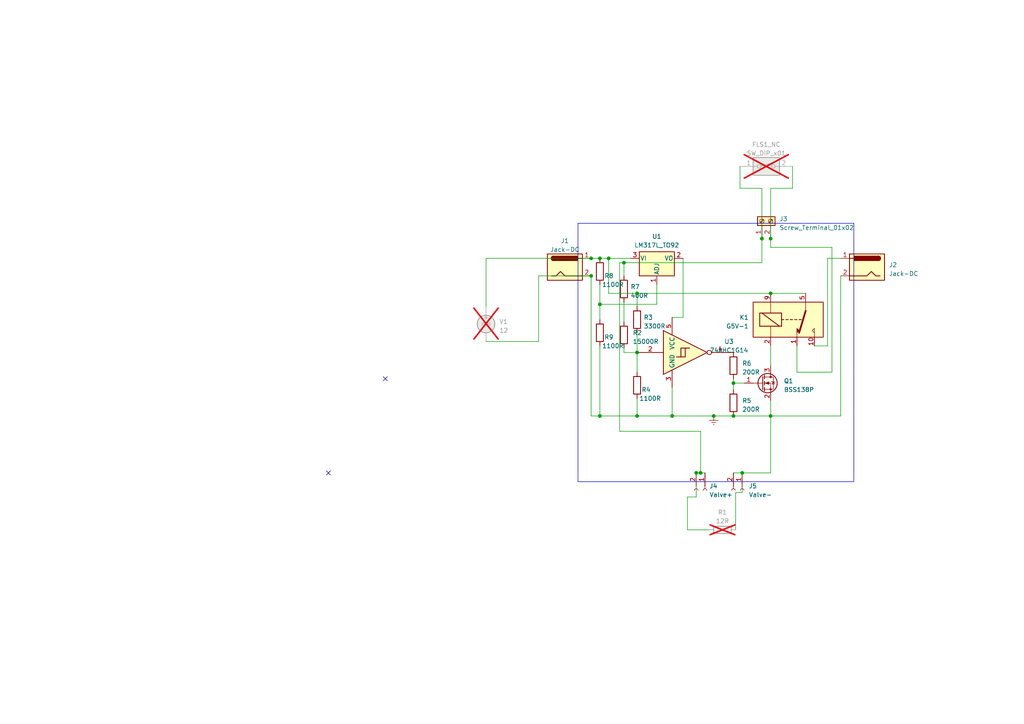
<source format=kicad_sch>
(kicad_sch (version 20230121) (generator eeschema)
  (paper "A4")
  (lib_symbols
    (symbol "74xGxx:74AHC1G14"
      (property "Reference" "U" (at -2.54 3.81 0))
      (property "Value" "74AHC1G14" (at 0 -3.81 0))
      (symbol "74AHC1G14_0_1"
        (polyline (pts (xy -2.54 -1.27) (xy -1.27 -1.27) (xy -1.27 1.27)) (stroke (width 0.254)) (fill (type background)))
        (polyline (pts (xy -7.62 6.35) (xy -7.62 -6.35) (xy 5.08 0) (xy -7.62 6.35)) (stroke (width 0.254)) (fill (type background)))
        (polyline (pts (xy -3.81 -1.27) (xy -2.54 -1.27) (xy -2.54 1.27) (xy 0 1.27)) (stroke (width 0.254)) (fill (type background)))
      )
      (symbol "74AHC1G14_1_1"
        (pin input line (at -15.24 0 0) (length 7.62) (name "~") (number "2"))
        (pin power_in line (at -5.08 -10.16 90) (length 5.08) (name "GND") (number "3"))
        (pin output inverted (at 12.7 0 180) (length 7.62) (name "~") (number "4"))
        (pin power_in line (at -5.08 10.16 270) (length 5.08) (name "VCC") (number "5"))
      )
    )
    (symbol "Connector:Conn_01x02_Socket" (pin_names (offset 1.016) hide)
      (property "Reference" "J" (at 0 2.54 0))
      (property "Value" "Conn_01x02_Socket" (at 0 -5.08 0))
      (symbol "Conn_01x02_Socket_1_1"
        (arc (start 0 -2.032) (mid -0.5058 -2.54) (end 0 -3.048) (stroke (width 0.1524)))
        (polyline (pts (xy -1.27 -2.54) (xy -0.508 -2.54)) (stroke (width 0.1524)))
        (polyline (pts (xy -1.27 0) (xy -0.508 0)) (stroke (width 0.1524)))
        (arc (start 0 0.508) (mid -0.5058 0) (end 0 -0.508) (stroke (width 0.1524)))
        (pin passive line (at -5.08 0 0) (length 3.81) (name "Pin_1") (number "1"))
        (pin passive line (at -5.08 -2.54 0) (length 3.81) (name "Pin_2") (number "2"))
      )
    )
    (symbol "Connector:Jack-DC" (pin_names (offset 1.016))
      (property "Reference" "J" (at 0 5.334 0))
      (property "Value" "Jack-DC" (at 0 -5.08 0))
      (symbol "Jack-DC_0_1"
        (rectangle (start -5.08 3.81) (end 5.08 -3.81) (stroke (width 0.254)) (fill (type background)))
        (arc (start -3.302 3.175) (mid -3.9343 2.54) (end -3.302 1.905) (stroke (width 0.254)))
        (arc (start -3.302 3.175) (mid -3.9343 2.54) (end -3.302 1.905) (stroke (width 0.254)) (fill (type outline)))
        (polyline (pts (xy 5.08 2.54) (xy 3.81 2.54)) (stroke (width 0.254)))
        (polyline (pts (xy -3.81 -2.54) (xy -2.54 -2.54) (xy -1.27 -1.27) (xy 0 -2.54) (xy 2.54 -2.54) (xy 5.08 -2.54)) (stroke (width 0.254)))
        (rectangle (start 3.683 3.175) (end -3.302 1.905) (stroke (width 0.254)) (fill (type outline)))
      )
      (symbol "Jack-DC_1_1"
        (pin passive line (at 7.62 2.54 180) (length 2.54) (name "~") (number "1"))
        (pin passive line (at 7.62 -2.54 180) (length 2.54) (name "~") (number "2"))
      )
    )
    (symbol "Connector:Screw_Terminal_01x02" (pin_names (offset 1.016) hide)
      (property "Reference" "J" (at 0 2.54 0))
      (property "Value" "Screw_Terminal_01x02" (at 0 -5.08 0))
      (symbol "Screw_Terminal_01x02_1_1"
        (rectangle (start -1.27 1.27) (end 1.27 -3.81) (stroke (width 0.254)) (fill (type background)))
        (circle (center 0 -2.54) (radius 0.635) (stroke (width 0.1524)))
        (polyline (pts (xy -0.5334 -2.2098) (xy 0.3302 -3.048)) (stroke (width 0.1524)))
        (polyline (pts (xy -0.5334 0.3302) (xy 0.3302 -0.508)) (stroke (width 0.1524)))
        (polyline (pts (xy -0.3556 -2.032) (xy 0.508 -2.8702)) (stroke (width 0.1524)))
        (polyline (pts (xy -0.3556 0.508) (xy 0.508 -0.3302)) (stroke (width 0.1524)))
        (circle (center 0 0) (radius 0.635) (stroke (width 0.1524)))
        (pin passive line (at -5.08 0 0) (length 3.81) (name "Pin_1") (number "1"))
        (pin passive line (at -5.08 -2.54 0) (length 3.81) (name "Pin_2") (number "2"))
      )
    )
    (symbol "Device:R" (pin_numbers hide) (pin_names (offset 0))
      (property "Reference" "R" (at 2.032 0 90))
      (property "Value" "R" (at 0 0 90))
      (symbol "R_0_1"
        (rectangle (start -1.016 -2.54) (end 1.016 2.54) (stroke (width 0.254)))
      )
      (symbol "R_1_1"
        (pin passive line (at 0 3.81 270) (length 1.27) (name "~") (number "1"))
        (pin passive line (at 0 -3.81 90) (length 1.27) (name "~") (number "2"))
      )
    )
    (symbol "Regulator_Linear:LM317L_TO92" (pin_names (offset 0.254))
      (property "Reference" "U" (at -3.81 3.175 0))
      (property "Value" "LM317L_TO92" (at 0 3.175 0))
      (symbol "LM317L_TO92_0_1"
        (rectangle (start -5.08 1.905) (end 5.08 -5.08) (stroke (width 0.254)) (fill (type background)))
      )
      (symbol "LM317L_TO92_1_1"
        (pin input line (at 0 -7.62 90) (length 2.54) (name "ADJ") (number "1"))
        (pin power_out line (at 7.62 0 180) (length 2.54) (name "VO") (number "2"))
        (pin power_in line (at -7.62 0 0) (length 2.54) (name "VI") (number "3"))
      )
    )
    (symbol "Relay:G5V-1"
      (property "Reference" "K" (at 11.43 3.81 0))
      (property "Value" "G5V-1" (at 11.43 1.27 0))
      (symbol "G5V-1_0_0"
        (polyline (pts (xy 7.62 5.08) (xy 7.62 2.54) (xy 6.985 3.175) (xy 7.62 3.81)))
      )
      (symbol "G5V-1_0_1"
        (rectangle (start -10.16 5.08) (end 10.16 -5.08) (stroke (width 0.254)) (fill (type background)))
        (rectangle (start -8.255 1.905) (end -1.905 -1.905) (stroke (width 0.254)))
        (polyline (pts (xy -7.62 -1.905) (xy -2.54 1.905)) (stroke (width 0.254)))
        (polyline (pts (xy -5.08 -5.08) (xy -5.08 -1.905)))
        (polyline (pts (xy -5.08 5.08) (xy -5.08 1.905)))
        (polyline (pts (xy -1.905 0) (xy -1.27 0)) (stroke (width 0.254)))
        (polyline (pts (xy -0.635 0) (xy 0 0)) (stroke (width 0.254)))
        (polyline (pts (xy 0.635 0) (xy 1.27 0)) (stroke (width 0.254)))
        (polyline (pts (xy 1.905 0) (xy 2.54 0)) (stroke (width 0.254)))
        (polyline (pts (xy 3.175 0) (xy 3.81 0)) (stroke (width 0.254)))
        (polyline (pts (xy 5.08 -2.54) (xy 3.175 3.81)) (stroke (width 0.508)))
        (polyline (pts (xy 5.08 -2.54) (xy 5.08 -5.08)))
        (polyline (pts (xy 2.54 5.08) (xy 2.54 2.54) (xy 3.175 3.175) (xy 2.54 3.81)) (fill (type outline)))
      )
      (symbol "G5V-1_1_1"
        (pin passive line (at 2.54 7.62 270) (length 2.54) (name "~") (number "1"))
        (pin passive line (at 7.62 7.62 270) (length 2.54) (name "~") (number "10"))
        (pin passive line (at -5.08 7.62 270) (length 2.54) (name "~") (number "2"))
        (pin passive line (at 5.08 -7.62 90) (length 2.54) (name "~") (number "5"))
        (pin passive line (at 5.08 -7.62 90) (length 2.54) hide (name "~") (number "6"))
        (pin passive line (at -5.08 -7.62 90) (length 2.54) (name "~") (number "9"))
      )
    )
    (symbol "Simulation_SPICE:VDC" (pin_numbers hide) (pin_names (offset 0.0254))
      (property "Reference" "V" (at 2.54 2.54 0))
      (property "Value" "1" (at 2.54 0 0))
      (symbol "VDC_0_0"
        (polyline (pts (xy -1.27 0.254) (xy 1.27 0.254)))
        (polyline (pts (xy -0.762 -0.254) (xy -1.27 -0.254)))
        (polyline (pts (xy 0.254 -0.254) (xy -0.254 -0.254)))
        (polyline (pts (xy 1.27 -0.254) (xy 0.762 -0.254)))
        (text "+" (at 0 1.905 0) (effects (font (size 1.27 1.27))))
      )
      (symbol "VDC_0_1"
        (circle (center 0 0) (radius 2.54) (stroke (width 0.254)) (fill (type background)))
      )
      (symbol "VDC_1_1"
        (pin passive line (at 0 5.08 270) (length 2.54) (name "~") (number "1"))
        (pin passive line (at 0 -5.08 90) (length 2.54) (name "~") (number "2"))
      )
    )
    (symbol "Switch:SW_DIP_x01" (pin_names (offset 0) hide)
      (property "Reference" "SW" (at 0 3.81 0))
      (property "Value" "SW_DIP_x01" (at 0 -3.81 0))
      (symbol "SW_DIP_x01_0_0"
        (circle (center -2.032 0) (radius 0.508))
        (polyline (pts (xy -1.524 0.127) (xy 2.3622 1.1684)))
        (circle (center 2.032 0) (radius 0.508))
      )
      (symbol "SW_DIP_x01_0_1"
        (rectangle (start -3.81 2.54) (end 3.81 -2.54) (stroke (width 0.254)) (fill (type background)))
      )
      (symbol "SW_DIP_x01_1_1"
        (pin passive line (at -7.62 0 0) (length 5.08) (name "~") (number "1"))
        (pin passive line (at 7.62 0 180) (length 5.08) (name "~") (number "2"))
      )
    )
    (symbol "Transistor_FET:BSS138" (pin_names hide)
      (property "Reference" "Q" (at 5.08 1.905 0))
      (property "Value" "BSS138" (at 5.08 0 0))
      (symbol "BSS138_0_1"
        (polyline (pts (xy 0.254 0) (xy -2.54 0)))
        (polyline (pts (xy 0.254 1.905) (xy 0.254 -1.905)) (stroke (width 0.254)))
        (polyline (pts (xy 0.762 -1.27) (xy 0.762 -2.286)) (stroke (width 0.254)))
        (polyline (pts (xy 0.762 0.508) (xy 0.762 -0.508)) (stroke (width 0.254)))
        (polyline (pts (xy 0.762 2.286) (xy 0.762 1.27)) (stroke (width 0.254)))
        (polyline (pts (xy 2.54 2.54) (xy 2.54 1.778)))
        (polyline (pts (xy 2.54 -2.54) (xy 2.54 0) (xy 0.762 0)))
        (polyline (pts (xy 0.762 -1.778) (xy 3.302 -1.778) (xy 3.302 1.778) (xy 0.762 1.778)))
        (polyline (pts (xy 1.016 0) (xy 2.032 0.381) (xy 2.032 -0.381) (xy 1.016 0)) (fill (type outline)))
        (polyline (pts (xy 2.794 0.508) (xy 2.921 0.381) (xy 3.683 0.381) (xy 3.81 0.254)))
        (polyline (pts (xy 3.302 0.381) (xy 2.921 -0.254) (xy 3.683 -0.254) (xy 3.302 0.381)))
        (circle (center 1.651 0) (radius 2.794) (stroke (width 0.254)))
        (circle (center 2.54 -1.778) (radius 0.254) (fill (type outline)))
        (circle (center 2.54 1.778) (radius 0.254) (fill (type outline)))
      )
      (symbol "BSS138_1_1"
        (pin input line (at -5.08 0 0) (length 2.54) (name "G") (number "1"))
        (pin passive line (at 2.54 -5.08 90) (length 2.54) (name "S") (number "2"))
        (pin passive line (at 2.54 5.08 270) (length 2.54) (name "D") (number "3"))
      )
    )
    (symbol "power:Earth" (power) (pin_names (offset 0))
      (symbol "Earth_0_1"
        (polyline (pts (xy -0.635 -1.905) (xy 0.635 -1.905)))
        (polyline (pts (xy -0.127 -2.54) (xy 0.127 -2.54)))
        (polyline (pts (xy 0 -1.27) (xy 0 0)))
        (polyline (pts (xy 1.27 -1.27) (xy -1.27 -1.27)))
      )
      (symbol "Earth_1_1"
        (pin power_in line (at 0 0 270) (length 0) hide (name "Earth") (number "1"))
      )
    )
  )
  (junction (at 173.99 88.265))
  (junction (at 180.975 76.2))
  (junction (at 223.52 69.215))
  (junction (at 220.98 69.215))
  (junction (at 223.52 120.65))
  (junction (at 201.93 137.16))
  (junction (at 171.45 80.01))
  (junction (at 173.99 74.93))
  (junction (at 212.725 120.65))
  (junction (at 207.01 120.65))
  (junction (at 176.53 74.93))
  (junction (at 203.2 137.16))
  (junction (at 184.785 120.65))
  (junction (at 184.785 102.235))
  (junction (at 173.99 120.65))
  (junction (at 171.45 74.93))
  (junction (at 212.725 111.125))
  (junction (at 223.52 85.09))
  (junction (at 194.945 120.65))
  (junction (at 215.265 137.16))
  (junction (at 184.785 85.09))
  (no_connect (at 111.76 109.855))
  (no_connect (at 95.25 137.16))
  (wire (pts (xy 176.53 85.09) (xy 176.53 74.93)))
  (wire (pts (xy 212.725 113.03) (xy 212.725 111.125)))
  (wire (pts (xy 180.975 100.965) (xy 180.975 102.235)))
  (wire (pts (xy 173.99 82.55) (xy 173.99 88.265)))
  (wire (pts (xy 215.265 142.875) (xy 215.265 137.16)))
  (wire (pts (xy 184.785 96.52) (xy 184.785 102.235)))
  (wire (pts (xy 156.21 99.06) (xy 156.21 80.01)))
  (wire (pts (xy 231.14 100.33) (xy 231.14 107.95)))
  (wire (pts (xy 180.975 102.235) (xy 184.785 102.235)))
  (wire (pts (xy 201.93 137.16) (xy 203.2 137.16)))
  (wire (pts (xy 213.36 153.67) (xy 213.36 142.875)))
  (wire (pts (xy 236.22 100.33) (xy 240.03 100.33)))
  (wire (pts (xy 198.12 74.93) (xy 198.12 92.075)))
  (wire (pts (xy 220.98 54.61) (xy 220.98 69.215)))
  (wire (pts (xy 212.725 120.65) (xy 207.01 120.65)))
  (wire (pts (xy 173.99 88.265) (xy 190.5 88.265)))
  (wire (pts (xy 207.01 120.65) (xy 194.945 120.65)))
  (wire (pts (xy 199.39 144.145) (xy 199.39 153.67)))
  (wire (pts (xy 223.52 100.33) (xy 223.52 106.045)))
  (wire (pts (xy 223.52 54.61) (xy 223.52 69.215)))
  (wire (pts (xy 214.63 48.26) (xy 214.63 54.61)))
  (wire (pts (xy 173.99 74.93) (xy 176.53 74.93)))
  (wire (pts (xy 223.52 137.16) (xy 215.265 137.16)))
  (wire (pts (xy 171.45 80.01) (xy 171.45 120.65)))
  (wire (pts (xy 173.99 100.33) (xy 173.99 120.65)))
  (wire (pts (xy 180.975 80.01) (xy 180.975 76.2)))
  (wire (pts (xy 194.945 120.65) (xy 194.945 112.395)))
  (wire (pts (xy 241.3 71.755) (xy 223.52 71.755)))
  (wire (pts (xy 229.87 48.26) (xy 229.87 54.61)))
  (wire (pts (xy 231.14 107.95) (xy 241.3 107.95)))
  (wire (pts (xy 190.5 88.265) (xy 190.5 82.55)))
  (wire (pts (xy 212.725 109.855) (xy 212.725 111.125)))
  (wire (pts (xy 184.785 115.57) (xy 184.785 120.65)))
  (wire (pts (xy 223.52 85.09) (xy 233.68 85.09)))
  (wire (pts (xy 176.53 74.93) (xy 182.88 74.93)))
  (wire (pts (xy 214.63 54.61) (xy 220.98 54.61)))
  (wire (pts (xy 240.03 74.93) (xy 243.84 74.93)))
  (wire (pts (xy 184.785 85.09) (xy 223.52 85.09)))
  (wire (pts (xy 241.3 71.755) (xy 241.3 107.95)))
  (wire (pts (xy 198.12 92.075) (xy 194.945 92.075)))
  (wire (pts (xy 184.785 107.95) (xy 184.785 102.235)))
  (wire (pts (xy 203.2 125.095) (xy 179.705 125.095)))
  (wire (pts (xy 140.97 74.93) (xy 171.45 74.93)))
  (wire (pts (xy 140.97 74.93) (xy 140.97 88.9)))
  (wire (pts (xy 199.39 153.67) (xy 205.74 153.67)))
  (wire (pts (xy 179.705 76.2) (xy 180.975 76.2)))
  (wire (pts (xy 199.39 144.145) (xy 201.93 144.145)))
  (wire (pts (xy 203.2 137.16) (xy 204.47 137.16)))
  (wire (pts (xy 212.725 120.65) (xy 223.52 120.65)))
  (wire (pts (xy 140.97 99.06) (xy 156.21 99.06)))
  (wire (pts (xy 171.45 74.93) (xy 173.99 74.93)))
  (wire (pts (xy 179.705 76.2) (xy 179.705 125.095)))
  (wire (pts (xy 156.21 80.01) (xy 171.45 80.01)))
  (wire (pts (xy 223.52 120.65) (xy 243.84 120.65)))
  (wire (pts (xy 184.785 85.09) (xy 184.785 88.9)))
  (wire (pts (xy 171.45 120.65) (xy 173.99 120.65)))
  (wire (pts (xy 213.36 142.875) (xy 215.265 142.875)))
  (wire (pts (xy 223.52 120.65) (xy 223.52 137.16)))
  (wire (pts (xy 212.725 137.16) (xy 215.265 137.16)))
  (wire (pts (xy 173.99 88.265) (xy 173.99 92.71)))
  (wire (pts (xy 223.52 116.205) (xy 223.52 120.65)))
  (wire (pts (xy 223.52 69.215) (xy 223.52 71.755)))
  (wire (pts (xy 180.975 76.2) (xy 220.98 76.2)))
  (wire (pts (xy 220.98 69.215) (xy 220.98 76.2)))
  (wire (pts (xy 180.975 87.63) (xy 180.975 93.345)))
  (wire (pts (xy 201.93 144.145) (xy 201.93 137.16)))
  (wire (pts (xy 176.53 85.09) (xy 184.785 85.09)))
  (wire (pts (xy 173.99 120.65) (xy 184.785 120.65)))
  (wire (pts (xy 243.84 120.65) (xy 243.84 80.01)))
  (wire (pts (xy 229.87 54.61) (xy 223.52 54.61)))
  (wire (pts (xy 212.725 111.125) (xy 215.9 111.125)))
  (wire (pts (xy 203.2 125.095) (xy 203.2 137.16)))
  (wire (pts (xy 240.03 100.33) (xy 240.03 74.93)))
  (wire (pts (xy 184.785 120.65) (xy 194.945 120.65)))
  (rectangle (start 167.64 64.77) (end 247.65 139.7))
  (symbol (lib_id "Device:R") (at 184.785 111.76 0) (unit 1)
    (property "Reference" "R4" (at 186.055 113.03 0) (effects (justify left)))
    (property "Value" "1100R" (at 185.42 115.57 0) (effects (justify left)))
  )
  (symbol (lib_id "power:Earth") (at 207.01 120.65 0) (unit 1)
    (property "Reference" "#PWR01" (effects hide))
    (property "Value" "Earth" (effects hide))
  )
  (symbol (lib_id "Device:R") (at 184.785 92.71 0) (unit 1)
    (property "Reference" "R3" (at 186.69 92.075 0) (effects (justify left)))
    (property "Value" "3300R" (at 186.69 94.615 0) (effects (justify left)))
  )
  (symbol (lib_id "Connector:Conn_01x02_Socket") (at 204.47 142.24 270) (unit 1)
    (property "Reference" "J4" (at 205.74 140.97 90) (effects (justify left)))
    (property "Value" "Valve+" (at 205.74 143.51 90) (effects (justify left)))
  )
  (symbol (lib_id "Device:R") (at 209.55 153.67 90) (unit 1) (in_bom no) (on_board no) (dnp yes)
    (property "Reference" "R1" (at 209.55 148.59 90))
    (property "Value" "12R" (at 209.55 151.13 90))
  )
  (symbol (lib_id "Relay:G5V-1") (at 228.6 92.71 0) (mirror x) (unit 1)
    (property "Reference" "K1" (at 217.17 92.075 0) (effects (justify right)))
    (property "Value" "G5V-1" (at 217.17 94.615 0) (effects (justify right)))
    (property "Footprint" "Relay_THT:Relay_SPDT_Omron_G5V-1" (effects hide))
    (property "Datasheet" "http://omronfs.omron.com/en_US/ecb/products/pdf/en-g5v_1.pdf" (effects hide))
  )
  (symbol (lib_id "Device:R") (at 173.99 96.52 0) (unit 1)
    (property "Reference" "R9" (at 175.26 97.79 0) (effects (justify left)))
    (property "Value" "1100R" (at 174.625 100.33 0) (effects (justify left)))
  )
  (symbol (lib_id "Device:R") (at 173.99 78.74 0) (unit 1)
    (property "Reference" "R8" (at 175.26 80.01 0) (effects (justify left)))
    (property "Value" "1100R" (at 174.625 82.55 0) (effects (justify left)))
  )
  (symbol (lib_id "Connector:Jack-DC") (at 163.83 77.47 0) (unit 1)
    (property "Reference" "J1" (at 163.83 69.85 0))
    (property "Value" "Jack-DC" (at 163.83 72.39 0))
  )
  (symbol (lib_id "Device:R") (at 180.975 83.82 0) (unit 1)
    (property "Reference" "R7" (at 182.88 83.185 0) (effects (justify left)))
    (property "Value" "400R" (at 182.88 85.725 0) (effects (justify left)))
  )
  (symbol (lib_id "Device:R") (at 212.725 116.84 0) (unit 1)
    (property "Reference" "R5" (at 215.265 116.205 0) (effects (justify left)))
    (property "Value" "200R" (at 215.265 118.745 0) (effects (justify left)))
  )
  (symbol (lib_id "Connector:Jack-DC") (at 251.46 77.47 0) (mirror y) (unit 1)
    (property "Reference" "J2" (at 257.81 76.835 0) (effects (justify right)))
    (property "Value" "Jack-DC" (at 257.81 79.375 0) (effects (justify right)))
  )
  (symbol (lib_id "Connector:Conn_01x02_Socket") (at 215.265 142.24 270) (unit 1)
    (property "Reference" "J5" (at 217.17 140.97 90) (effects (justify left)))
    (property "Value" "Valve-" (at 217.17 143.51 90) (effects (justify left)))
  )
  (symbol (lib_id "Device:R") (at 180.975 97.155 0) (unit 1)
    (property "Reference" "R2" (at 183.515 96.52 0) (effects (justify left)))
    (property "Value" "15000R" (at 183.515 99.06 0) (effects (justify left)))
  )
  (symbol (lib_id "Simulation_SPICE:VDC") (at 140.97 93.98 0) (unit 1) (in_bom no) (on_board no) (dnp yes)
    (property "Reference" "V1" (at 144.78 93.3092 0) (effects (justify left)))
    (property "Value" "12" (at 144.78 95.8492 0) (effects (justify left)))
    (property "Sim.Pins" "1=+ 2=-" (effects hide))
    (property "Sim.Type" "DC" (effects hide))
    (property "Sim.Device" "V" (effects hide))
  )
  (symbol (lib_id "Switch:SW_DIP_x01") (at 222.25 48.26 0) (unit 1) (in_bom no) (on_board no) (dnp yes)
    (property "Reference" "FLS1_NC" (at 222.25 41.91 0))
    (property "Value" "SW_DIP_x01" (at 222.25 44.45 0))
  )
  (symbol (lib_id "74xGxx:74AHC1G14") (at 200.025 102.235 0) (unit 1)
    (property "Reference" "U3" (at 211.455 99.0601 0))
    (property "Value" "74AHC1G14" (at 211.455 101.6001 0))
    (property "Datasheet" "https://www.ti.com/lit/ds/symlink/sn74lvc1g14.pdf" (effects hide))
  )
  (symbol (lib_id "Connector:Screw_Terminal_01x02") (at 220.98 64.135 90) (unit 1)
    (property "Reference" "J3" (at 226.06 63.5 90) (effects (justify right)))
    (property "Value" "Screw_Terminal_01x02" (at 226.06 66.04 90) (effects (justify right)))
  )
  (symbol (lib_id "Device:R") (at 212.725 106.045 0) (unit 1)
    (property "Reference" "R6" (at 215.265 105.41 0) (effects (justify left)))
    (property "Value" "200R" (at 215.265 107.95 0) (effects (justify left)))
  )
  (symbol (lib_id "Regulator_Linear:LM317L_TO92") (at 190.5 74.93 0) (unit 1)
    (property "Reference" "U1" (at 190.5 68.58 0))
    (property "Value" "LM317L_TO92" (at 190.5 71.12 0))
    (property "Footprint" "Package_TO_SOT_THT:TO-92_Inline" (effects hide))
    (property "Datasheet" "http://www.ti.com/lit/ds/snvs775k/snvs775k.pdf" (effects hide))
  )
  (symbol (lib_id "Transistor_FET:BSS138") (at 220.98 111.125 0) (unit 1)
    (property "Reference" "Q1" (at 227.33 110.49 0) (effects (justify left)))
    (property "Value" "BSS138P" (at 227.33 113.03 0) (effects (justify left)))
    (property "Footprint" "Package_TO_SOT_SMD:SOT-23" (effects hide))
    (property "Datasheet" "https://www.onsemi.com/pub/Collateral/BSS138-D.PDF" (effects hide))
  )
)
</source>
